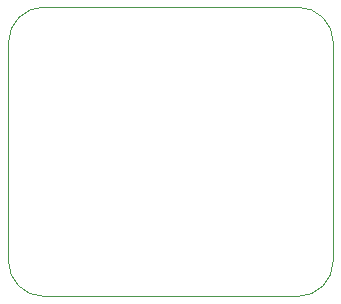
<source format=gm1>
G04 #@! TF.GenerationSoftware,KiCad,Pcbnew,(5.1.10)-1*
G04 #@! TF.CreationDate,2021-12-08T09:06:10-05:00*
G04 #@! TF.ProjectId,WS2812_Driver,57533238-3132-45f4-9472-697665722e6b,rev?*
G04 #@! TF.SameCoordinates,Original*
G04 #@! TF.FileFunction,Profile,NP*
%FSLAX46Y46*%
G04 Gerber Fmt 4.6, Leading zero omitted, Abs format (unit mm)*
G04 Created by KiCad (PCBNEW (5.1.10)-1) date 2021-12-08 09:06:10*
%MOMM*%
%LPD*%
G01*
G04 APERTURE LIST*
G04 #@! TA.AperFunction,Profile*
%ADD10C,0.050000*%
G04 #@! TD*
G04 APERTURE END LIST*
D10*
X101180000Y-83470000D02*
G75*
G02*
X104180000Y-86470000I0J-3000000D01*
G01*
X101180000Y-107970000D02*
X79680000Y-107970000D01*
X104180000Y-104970000D02*
G75*
G02*
X101180000Y-107970000I-3000000J0D01*
G01*
X104180000Y-104970000D02*
X104180000Y-86470000D01*
X79680000Y-83470000D02*
X101180000Y-83470000D01*
X76680000Y-86470000D02*
X76680000Y-104970000D01*
X79680000Y-107970000D02*
G75*
G02*
X76680000Y-104970000I0J3000000D01*
G01*
X76680000Y-86470000D02*
G75*
G02*
X79680000Y-83470000I3000000J0D01*
G01*
M02*

</source>
